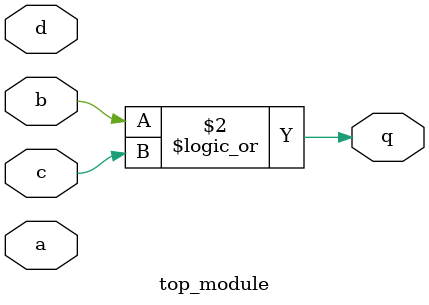
<source format=sv>
module top_module (
    input a, 
    input b, 
    input c, 
    input d,
    output reg q
);

  // Perform OR operation between inputs b and c
  always @(*)
    begin
        q = b || c;
    end

endmodule

</source>
